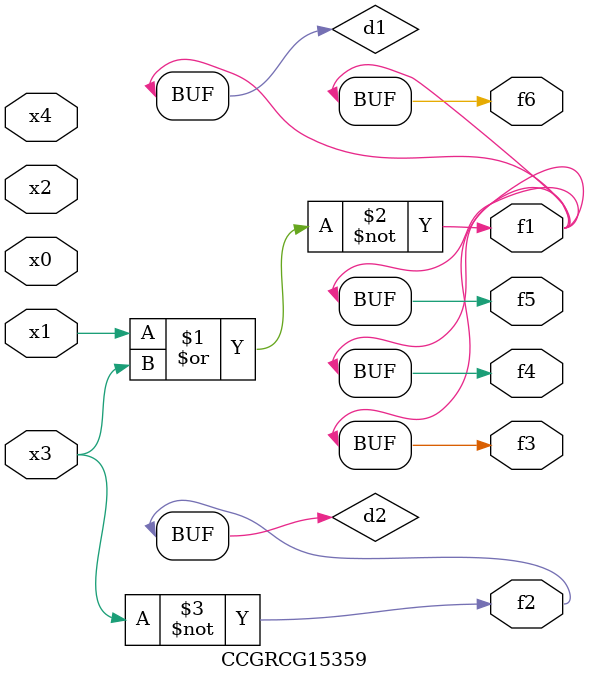
<source format=v>
module CCGRCG15359(
	input x0, x1, x2, x3, x4,
	output f1, f2, f3, f4, f5, f6
);

	wire d1, d2;

	nor (d1, x1, x3);
	not (d2, x3);
	assign f1 = d1;
	assign f2 = d2;
	assign f3 = d1;
	assign f4 = d1;
	assign f5 = d1;
	assign f6 = d1;
endmodule

</source>
